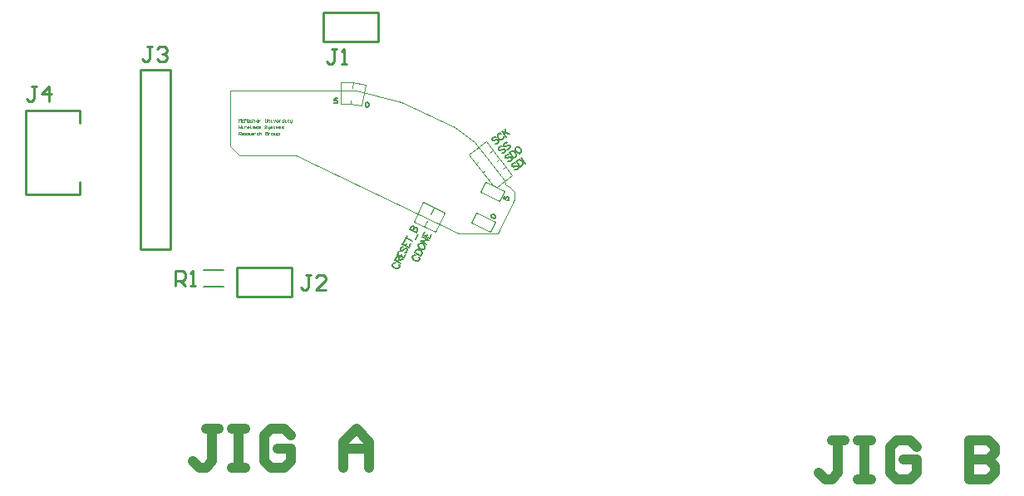
<source format=gto>
G04*
G04 #@! TF.GenerationSoftware,Altium Limited,Altium Designer,22.6.1 (34)*
G04*
G04 Layer_Color=65535*
%FSLAX44Y44*%
%MOMM*%
G71*
G04*
G04 #@! TF.SameCoordinates,55340204-0453-48C6-9AD9-4A0BB80BD5D4*
G04*
G04*
G04 #@! TF.FilePolarity,Positive*
G04*
G01*
G75*
%ADD28C,1.0000*%
%ADD29C,0.0760*%
%ADD30C,0.2000*%
%ADD31C,0.2540*%
%ADD32C,0.1270*%
%ADD33C,0.0800*%
D28*
X299548Y-284023D02*
X286219D01*
X292883D01*
Y-317346D01*
X286219Y-324010D01*
X279555D01*
X272890Y-317346D01*
X312877Y-284023D02*
X326206D01*
X319542D01*
Y-324010D01*
X312877D01*
X326206D01*
X372858Y-290688D02*
X366193Y-284023D01*
X352864D01*
X346200Y-290688D01*
Y-317346D01*
X352864Y-324010D01*
X366193D01*
X372858Y-317346D01*
Y-304016D01*
X359529D01*
X426174Y-284023D02*
Y-324010D01*
X446167D01*
X452832Y-317346D01*
Y-310681D01*
X446167Y-304016D01*
X426174D01*
X446167D01*
X452832Y-297352D01*
Y-290688D01*
X446167Y-284023D01*
X426174D01*
X-337992Y-272593D02*
X-351321D01*
X-344656D01*
Y-305916D01*
X-351321Y-312580D01*
X-357985D01*
X-364650Y-305916D01*
X-324663Y-272593D02*
X-311334D01*
X-317998D01*
Y-312580D01*
X-324663D01*
X-311334D01*
X-264682Y-279258D02*
X-271347Y-272593D01*
X-284676D01*
X-291340Y-279258D01*
Y-305916D01*
X-284676Y-312580D01*
X-271347D01*
X-264682Y-305916D01*
Y-292586D01*
X-278011D01*
X-211366Y-312580D02*
Y-285922D01*
X-198037Y-272593D01*
X-184708Y-285922D01*
Y-312580D01*
Y-292586D01*
X-211366D01*
D29*
X-46776Y-19463D02*
G03*
X-41060Y-26740I6496J-781D01*
G01*
X-52090Y-40520D02*
X-47037Y-30161D01*
X-71581Y-31014D02*
X-66528Y-20654D01*
X-47037Y-30161D01*
X-71581Y-31014D02*
X-52090Y-40520D01*
X-61490Y-71620D02*
X-56525Y-61441D01*
X-80582Y-62308D02*
X-75618Y-52129D01*
X-56525Y-61441D01*
X-80582Y-62308D02*
X-61490Y-71620D01*
X-117190Y-72220D02*
X-107576Y-52508D01*
X-139651Y-61265D02*
X-130037Y-41553D01*
X-107576Y-52508D01*
X-139651Y-61265D02*
X-117190Y-72220D01*
X-128790Y-66820D02*
X-125890Y-61020D01*
X-122290Y-53920D02*
X-119090Y-47120D01*
X-203790Y58680D02*
X-203294Y62152D01*
X-201590Y74280D02*
X-200890Y80380D01*
X-69320Y-10986D02*
X-67611Y-9619D01*
X-75990Y-2220D02*
X-73290Y-120D01*
X-54890Y480D02*
X-52390Y2480D01*
X-62990Y-19220D02*
X-61149Y-17773D01*
X-48490Y-7720D02*
X-45990Y-5820D01*
X-61990Y8980D02*
X-59090Y11280D01*
X-83193Y6553D02*
X-65846Y20056D01*
X-83193Y6553D02*
X-59025Y-24186D01*
X-65846Y20056D02*
X-39271Y-14278D01*
X-54276Y-26345D02*
X-39271Y-14278D01*
X-59025Y-24186D02*
X-54276Y-26345D01*
X-213990Y58680D02*
X-204058D01*
X-213990D02*
Y80580D01*
X-204058Y58680D02*
X-192949Y56517D01*
X-188505Y78028D01*
X-213990Y80580D02*
X-201642D01*
X-188505Y78028D01*
X-326810Y15119D02*
Y72510D01*
X-197341D01*
X-317451Y5760D02*
X-259310D01*
X-326810Y15119D02*
X-317451Y5760D01*
X-151647Y60591D02*
X-97372Y34836D01*
X-197341Y72510D02*
X-151647Y60591D01*
X-97372Y34836D02*
X-77810Y19510D01*
X-46776Y-19463D01*
X-36810Y-38490D02*
Y-31490D01*
X-41060Y-26740D02*
X-36810Y-31490D01*
X-53810Y-73740D02*
X-36810Y-38490D01*
X-93735Y-73740D02*
X-53810D01*
X-259310Y5760D02*
X-93735Y-73740D01*
D30*
X-353083Y-127520D02*
X-332962Y-127520D01*
X-353084Y-110520D02*
X-332963Y-110520D01*
D31*
X-319890Y-107970D02*
X-319890Y-137470D01*
X-264140Y-107970D02*
X-264140Y-137470D01*
X-319890Y-107970D02*
X-264140Y-107970D01*
X-319890Y-137470D02*
X-264140D01*
X-417431Y92950D02*
X-386951D01*
X-417431Y-89930D02*
X-386951D01*
Y92950D01*
X-417431Y-89930D02*
Y92950D01*
X-479790Y-21020D02*
X-479790Y-34020D01*
X-534790Y-34020D02*
X-479790Y-34020D01*
X-534790Y51980D02*
X-534790Y-34020D01*
X-534790Y51980D02*
X-479790Y51980D01*
X-479790Y38980D02*
X-479790Y51980D01*
X-231190Y122030D02*
X-231190Y151530D01*
X-175440Y122030D02*
X-175440Y151530D01*
X-231190D02*
X-175440D01*
X-231190Y122030D02*
X-175440Y122030D01*
X-382347Y-126538D02*
Y-111302D01*
X-374729D01*
X-372190Y-113842D01*
Y-118920D01*
X-374729Y-121459D01*
X-382347D01*
X-377268D02*
X-372190Y-126538D01*
X-367112D02*
X-362033D01*
X-364573D01*
Y-111302D01*
X-367112Y-113842D01*
X-244229Y-115603D02*
X-249308D01*
X-246768D01*
Y-128298D01*
X-249308Y-130837D01*
X-251847D01*
X-254386Y-128298D01*
X-228994Y-130837D02*
X-239151D01*
X-228994Y-120681D01*
Y-118142D01*
X-231533Y-115603D01*
X-236612D01*
X-239151Y-118142D01*
X-523287Y76001D02*
X-528366D01*
X-525827D01*
Y63305D01*
X-528366Y60766D01*
X-530905D01*
X-533444Y63305D01*
X-510592Y60766D02*
Y76001D01*
X-518209Y68383D01*
X-508052D01*
X-218190Y114598D02*
X-223269D01*
X-220729D01*
Y101902D01*
X-223269Y99362D01*
X-225808D01*
X-228347Y101902D01*
X-213112Y99362D02*
X-208033D01*
X-210573D01*
Y114598D01*
X-213112Y112058D01*
X-405939Y117149D02*
X-411018D01*
X-408479D01*
Y104453D01*
X-411018Y101914D01*
X-413557D01*
X-416096Y104453D01*
X-400861Y114610D02*
X-398322Y117149D01*
X-393244D01*
X-390704Y114610D01*
Y112071D01*
X-393244Y109531D01*
X-395783D01*
X-393244D01*
X-390704Y106992D01*
Y104453D01*
X-393244Y101914D01*
X-398322D01*
X-400861Y104453D01*
D32*
X-137791Y-95590D02*
X-138537Y-95597D01*
X-139428Y-95904D01*
X-140019Y-96357D01*
X-140604Y-97555D01*
X-140596Y-98300D01*
X-140290Y-99191D01*
X-139837Y-99783D01*
X-139084Y-100521D01*
X-137586Y-101251D01*
X-136542Y-101390D01*
X-135797Y-101383D01*
X-134905Y-101076D01*
X-134314Y-100623D01*
X-133729Y-99425D01*
X-133737Y-98680D01*
X-134043Y-97788D01*
X-134496Y-97197D01*
X-138427Y-93092D02*
X-132137Y-96160D01*
X-138427Y-93092D02*
X-137404Y-90995D01*
X-136666Y-90243D01*
X-135775Y-89936D01*
X-135030Y-89928D01*
X-133985Y-90067D01*
X-132488Y-90798D01*
X-131735Y-91535D01*
X-131282Y-92127D01*
X-130975Y-93018D01*
X-131114Y-94063D01*
X-132137Y-96160D01*
X-134818Y-85693D02*
X-134811Y-86438D01*
X-134504Y-87330D01*
X-134051Y-87921D01*
X-133299Y-88659D01*
X-131801Y-89390D01*
X-130756Y-89528D01*
X-130011Y-89521D01*
X-129120Y-89214D01*
X-128528Y-88761D01*
X-127944Y-87563D01*
X-127951Y-86818D01*
X-128258Y-85927D01*
X-128711Y-85335D01*
X-129464Y-84597D01*
X-130961Y-83867D01*
X-132006Y-83728D01*
X-132751Y-83735D01*
X-133642Y-84042D01*
X-134234Y-84495D01*
X-134818Y-85693D01*
X-132642Y-81230D02*
X-126351Y-84298D01*
X-132642Y-81230D02*
X-124306Y-80105D01*
X-130596Y-77037D02*
X-124306Y-80105D01*
X-127850Y-71406D02*
X-129749Y-75299D01*
X-123459Y-78367D01*
X-121560Y-74473D01*
X-126754Y-76760D02*
X-125585Y-74364D01*
X-158091Y-103490D02*
X-158836Y-103497D01*
X-159728Y-103804D01*
X-160319Y-104257D01*
X-160904Y-105455D01*
X-160896Y-106200D01*
X-160590Y-107091D01*
X-160137Y-107683D01*
X-159384Y-108421D01*
X-157886Y-109151D01*
X-156842Y-109290D01*
X-156096Y-109283D01*
X-155205Y-108976D01*
X-154614Y-108523D01*
X-154029Y-107325D01*
X-154037Y-106580D01*
X-154343Y-105688D01*
X-154796Y-105097D01*
X-158727Y-100992D02*
X-152437Y-104060D01*
X-158727Y-100992D02*
X-157412Y-98296D01*
X-156674Y-97543D01*
X-156229Y-97390D01*
X-155484Y-97383D01*
X-154885Y-97675D01*
X-154431Y-98267D01*
X-154278Y-98712D01*
X-154417Y-99757D01*
X-155732Y-102453D01*
X-154709Y-100356D02*
X-150392Y-99866D01*
X-154096Y-91496D02*
X-155995Y-95391D01*
X-149705Y-98458D01*
X-147806Y-94565D01*
X-153000Y-96851D02*
X-151831Y-94455D01*
X-150641Y-86693D02*
X-151532Y-87000D01*
X-152270Y-87752D01*
X-152854Y-88951D01*
X-152993Y-89995D01*
X-152686Y-90886D01*
X-152087Y-91179D01*
X-151342Y-91171D01*
X-150896Y-91018D01*
X-150304Y-90565D01*
X-148829Y-89060D01*
X-148237Y-88607D01*
X-147791Y-88453D01*
X-147046Y-88446D01*
X-146148Y-88884D01*
X-145841Y-89776D01*
X-145979Y-90820D01*
X-146564Y-92018D01*
X-147302Y-92771D01*
X-148193Y-93078D01*
X-148953Y-80953D02*
X-150853Y-84847D01*
X-144562Y-87915D01*
X-142663Y-84021D01*
X-147857Y-86308D02*
X-146688Y-83912D01*
X-147419Y-77808D02*
X-141129Y-80876D01*
X-148442Y-79905D02*
X-146397Y-75711D01*
X-137645Y-79053D02*
X-135307Y-74260D01*
X-143300Y-69361D02*
X-137009Y-72429D01*
X-143300Y-69361D02*
X-141985Y-66665D01*
X-141247Y-65913D01*
X-140801Y-65759D01*
X-140056Y-65752D01*
X-139457Y-66044D01*
X-139004Y-66636D01*
X-138851Y-67081D01*
X-138989Y-68126D01*
X-140304Y-70822D02*
X-138989Y-68126D01*
X-138252Y-67374D01*
X-137806Y-67220D01*
X-137061Y-67213D01*
X-136162Y-67651D01*
X-135709Y-68243D01*
X-135556Y-68688D01*
X-135695Y-69733D01*
X-137009Y-72429D01*
X-217588Y64159D02*
X-220006D01*
X-220248Y61982D01*
X-220006Y62224D01*
X-219281Y62466D01*
X-218555D01*
X-217830Y62224D01*
X-217346Y61740D01*
X-217104Y61015D01*
Y60531D01*
X-217346Y59805D01*
X-217830Y59322D01*
X-218555Y59080D01*
X-219281D01*
X-220006Y59322D01*
X-220248Y59564D01*
X-220490Y60047D01*
X-186154Y60150D02*
X-185494Y59762D01*
X-185172Y58952D01*
X-185187Y57719D01*
X-185338Y57009D01*
X-185826Y55876D01*
X-186450Y55267D01*
X-187210Y55182D01*
X-187683Y55282D01*
X-188342Y55670D01*
X-188664Y56480D01*
X-188650Y57713D01*
X-188499Y58423D01*
X-188011Y59555D01*
X-187387Y60164D01*
X-186627Y60250D01*
X-186154Y60150D01*
X-60591Y-54698D02*
X-60056Y-54152D01*
X-59191Y-54035D01*
X-57999Y-54348D01*
X-57347Y-54666D01*
X-56366Y-55413D01*
X-55925Y-56166D01*
X-56026Y-56924D01*
X-56238Y-57359D01*
X-56774Y-57905D01*
X-57638Y-58022D01*
X-58831Y-57709D01*
X-59483Y-57391D01*
X-60464Y-56644D01*
X-60904Y-55891D01*
X-60803Y-55133D01*
X-60591Y-54698D01*
X-46683Y-35485D02*
X-47743Y-37659D01*
X-45893Y-38830D01*
X-46004Y-38507D01*
X-45903Y-37749D01*
X-45585Y-37097D01*
X-45050Y-36551D01*
X-44403Y-36328D01*
X-43645Y-36429D01*
X-43210Y-36641D01*
X-42664Y-37176D01*
X-42441Y-37823D01*
X-42542Y-38581D01*
X-42860Y-39233D01*
X-43395Y-39779D01*
X-43719Y-39891D01*
X-44260Y-39896D01*
X-42707Y6980D02*
X-43642Y7094D01*
X-44635Y6741D01*
X-45686Y5921D01*
X-46268Y5043D01*
X-46383Y4107D01*
X-45973Y3582D01*
X-45300Y3262D01*
X-44832Y3204D01*
X-44102Y3352D01*
X-42116Y4058D01*
X-41385Y4206D01*
X-40918Y4148D01*
X-40245Y3828D01*
X-39629Y3040D01*
X-39744Y2105D01*
X-40327Y1227D01*
X-41377Y406D01*
X-42370Y53D01*
X-43306Y168D01*
X-42088Y8732D02*
X-37779Y3217D01*
X-42088Y8732D02*
X-40250Y10168D01*
X-39257Y10521D01*
X-38321Y10406D01*
X-37648Y10086D01*
X-36770Y9503D01*
X-35744Y8190D01*
X-35391Y7197D01*
X-35243Y6467D01*
X-35358Y5531D01*
X-35941Y4653D01*
X-37779Y3217D01*
X-35601Y13800D02*
X-35921Y13127D01*
X-36036Y12191D01*
X-35889Y11461D01*
X-35536Y10468D01*
X-34510Y9155D01*
X-33632Y8572D01*
X-32959Y8252D01*
X-32023Y8137D01*
X-31293Y8285D01*
X-30242Y9105D01*
X-29922Y9778D01*
X-29807Y10714D01*
X-29955Y11444D01*
X-30308Y12437D01*
X-31334Y13750D01*
X-32212Y14333D01*
X-32885Y14653D01*
X-33821Y14768D01*
X-34551Y14620D01*
X-35601Y13800D01*
X-35742Y-1725D02*
X-36672Y-1577D01*
X-37677Y-1895D01*
X-38756Y-2679D01*
X-39369Y-3536D01*
X-39516Y-4467D01*
X-39124Y-5006D01*
X-38463Y-5350D01*
X-37997Y-5423D01*
X-37262Y-5301D01*
X-35253Y-4665D01*
X-34518Y-4543D01*
X-34052Y-4617D01*
X-33391Y-4960D01*
X-32803Y-5769D01*
X-32951Y-6700D01*
X-33564Y-7557D01*
X-34642Y-8341D01*
X-35647Y-8659D01*
X-36578Y-8511D01*
X-35062Y5D02*
X-30948Y-5657D01*
X-35062Y5D02*
X-33175Y1376D01*
X-32170Y1694D01*
X-31239Y1547D01*
X-30577Y1204D01*
X-29720Y591D01*
X-28741Y-758D01*
X-28423Y-1762D01*
X-28301Y-2497D01*
X-28448Y-3428D01*
X-29061Y-4286D01*
X-30948Y-5657D01*
X-30020Y3668D02*
X-25907Y-1994D01*
X-49107Y15280D02*
X-50042Y15394D01*
X-51035Y15042D01*
X-52086Y14221D01*
X-52668Y13343D01*
X-52783Y12407D01*
X-52373Y11882D01*
X-51700Y11562D01*
X-51232Y11504D01*
X-50502Y11652D01*
X-48516Y12358D01*
X-47785Y12506D01*
X-47318Y12448D01*
X-46645Y12128D01*
X-46029Y11340D01*
X-46144Y10405D01*
X-46727Y9527D01*
X-47777Y8706D01*
X-48770Y8353D01*
X-49706Y8468D01*
X-44196Y19116D02*
X-45131Y19231D01*
X-46124Y18878D01*
X-47175Y18058D01*
X-47758Y17179D01*
X-47872Y16244D01*
X-47462Y15719D01*
X-46789Y15399D01*
X-46321Y15341D01*
X-45591Y15489D01*
X-43605Y16195D01*
X-42874Y16343D01*
X-42407Y16285D01*
X-41734Y15965D01*
X-41118Y15177D01*
X-41233Y14242D01*
X-41816Y13363D01*
X-42866Y12543D01*
X-43859Y12190D01*
X-44795Y12305D01*
X-55874Y24679D02*
X-56807Y24810D01*
X-57807Y24474D01*
X-58871Y23672D01*
X-59469Y22804D01*
X-59600Y21871D01*
X-59199Y21339D01*
X-58532Y21007D01*
X-58065Y20941D01*
X-57332Y21076D01*
X-55334Y21747D01*
X-54601Y21882D01*
X-54135Y21817D01*
X-53467Y21485D01*
X-52866Y20686D01*
X-52997Y19753D01*
X-53595Y18885D01*
X-54659Y18083D01*
X-55658Y17747D01*
X-56592Y17879D01*
X-50230Y28098D02*
X-50897Y28429D01*
X-51830Y28560D01*
X-52563Y28425D01*
X-53628Y27623D01*
X-53960Y26956D01*
X-54091Y26022D01*
X-53956Y25290D01*
X-53620Y24290D01*
X-52618Y22960D01*
X-51750Y22362D01*
X-51082Y22030D01*
X-50149Y21899D01*
X-49416Y22034D01*
X-48351Y22836D01*
X-48020Y23503D01*
X-47888Y24437D01*
X-48024Y25170D01*
X-49662Y30612D02*
X-45450Y25022D01*
X-45936Y33419D02*
X-46854Y26885D01*
X-46526Y29219D02*
X-41724Y27830D01*
D33*
X-317690Y40117D02*
Y43116D01*
X-316691Y42116D01*
X-315691Y43116D01*
Y40117D01*
X-312692Y42116D02*
X-314191D01*
X-314691Y41616D01*
Y40616D01*
X-314191Y40117D01*
X-312692D01*
X-311692D02*
Y43116D01*
X-310692Y42116D01*
X-309693Y43116D01*
Y40117D01*
X-308193Y42116D02*
X-307194D01*
X-306694Y41616D01*
Y40117D01*
X-308193D01*
X-308693Y40616D01*
X-308193Y41116D01*
X-306694D01*
X-305694Y40117D02*
X-304195D01*
X-303695Y40616D01*
X-304195Y41116D01*
X-305194D01*
X-305694Y41616D01*
X-305194Y42116D01*
X-303695D01*
X-302195Y42616D02*
Y42116D01*
X-302695D01*
X-301695D01*
X-302195D01*
Y40616D01*
X-301695Y40117D01*
X-298696D02*
X-299696D01*
X-300196Y40616D01*
Y41616D01*
X-299696Y42116D01*
X-298696D01*
X-298197Y41616D01*
Y41116D01*
X-300196D01*
X-297197Y42116D02*
Y40117D01*
Y41116D01*
X-296697Y41616D01*
X-296197Y42116D01*
X-295697D01*
X-291199Y43116D02*
Y40616D01*
X-290699Y40117D01*
X-289699D01*
X-289199Y40616D01*
Y43116D01*
X-288200Y40117D02*
Y42116D01*
X-286700D01*
X-286200Y41616D01*
Y40117D01*
X-285201D02*
X-284201D01*
X-284701D01*
Y42116D01*
X-285201D01*
X-282701D02*
X-281702Y40117D01*
X-280702Y42116D01*
X-278203Y40117D02*
X-279203D01*
X-279702Y40616D01*
Y41616D01*
X-279203Y42116D01*
X-278203D01*
X-277703Y41616D01*
Y41116D01*
X-279702D01*
X-276703Y42116D02*
Y40117D01*
Y41116D01*
X-276204Y41616D01*
X-275704Y42116D01*
X-275204D01*
X-273704Y40117D02*
X-272205D01*
X-271705Y40616D01*
X-272205Y41116D01*
X-273205D01*
X-273704Y41616D01*
X-273205Y42116D01*
X-271705D01*
X-270705Y40117D02*
X-269706D01*
X-270205D01*
Y42116D01*
X-270705D01*
X-267706Y42616D02*
Y42116D01*
X-268206D01*
X-267206D01*
X-267706D01*
Y40616D01*
X-267206Y40117D01*
X-265707Y42116D02*
Y40616D01*
X-265207Y40117D01*
X-263708D01*
Y39617D01*
X-264207Y39117D01*
X-264707D01*
X-263708Y40117D02*
Y42116D01*
X-317690Y36597D02*
Y33598D01*
X-316691Y34598D01*
X-315691Y33598D01*
Y36597D01*
X-314691Y33598D02*
X-313691D01*
X-314191D01*
Y35598D01*
X-314691D01*
X-312192D02*
Y33598D01*
Y34598D01*
X-311692Y35098D01*
X-311192Y35598D01*
X-310692D01*
X-307693Y33598D02*
X-308693D01*
X-309193Y34098D01*
Y35098D01*
X-308693Y35598D01*
X-307693D01*
X-307194Y35098D01*
Y34598D01*
X-309193D01*
X-306194Y33598D02*
X-305194D01*
X-305694D01*
Y36597D01*
X-306194D01*
X-302195Y33598D02*
X-303195D01*
X-303695Y34098D01*
Y35098D01*
X-303195Y35598D01*
X-302195D01*
X-301695Y35098D01*
Y34598D01*
X-303695D01*
X-300696Y33598D02*
X-299196D01*
X-298696Y34098D01*
X-299196Y34598D01*
X-300196D01*
X-300696Y35098D01*
X-300196Y35598D01*
X-298696D01*
X-297697Y33598D02*
X-296197D01*
X-295697Y34098D01*
X-296197Y34598D01*
X-297197D01*
X-297697Y35098D01*
X-297197Y35598D01*
X-295697D01*
X-289699Y36097D02*
X-290199Y36597D01*
X-291199D01*
X-291699Y36097D01*
Y35598D01*
X-291199Y35098D01*
X-290199D01*
X-289699Y34598D01*
Y34098D01*
X-290199Y33598D01*
X-291199D01*
X-291699Y34098D01*
X-288699Y35598D02*
Y34098D01*
X-288200Y33598D01*
X-286700D01*
Y33098D01*
X-287200Y32599D01*
X-287700D01*
X-286700Y33598D02*
Y35598D01*
X-285700Y33598D02*
X-284201D01*
X-283701Y34098D01*
X-284201Y34598D01*
X-285201D01*
X-285700Y35098D01*
X-285201Y35598D01*
X-283701D01*
X-282202Y36097D02*
Y35598D01*
X-282701D01*
X-281702D01*
X-282202D01*
Y34098D01*
X-281702Y33598D01*
X-278703D02*
X-279702D01*
X-280202Y34098D01*
Y35098D01*
X-279702Y35598D01*
X-278703D01*
X-278203Y35098D01*
Y34598D01*
X-280202D01*
X-277203Y33598D02*
Y35598D01*
X-276703D01*
X-276204Y35098D01*
Y33598D01*
Y35098D01*
X-275704Y35598D01*
X-275204Y35098D01*
Y33598D01*
X-274204D02*
X-272705D01*
X-272205Y34098D01*
X-272705Y34598D01*
X-273704D01*
X-274204Y35098D01*
X-273704Y35598D01*
X-272205D01*
X-317690Y27080D02*
Y30079D01*
X-316191D01*
X-315691Y29579D01*
Y28579D01*
X-316191Y28079D01*
X-317690D01*
X-316691D02*
X-315691Y27080D01*
X-313192D02*
X-314191D01*
X-314691Y27580D01*
Y28579D01*
X-314191Y29079D01*
X-313192D01*
X-312692Y28579D01*
Y28079D01*
X-314691D01*
X-311692Y27080D02*
X-310193D01*
X-309693Y27580D01*
X-310193Y28079D01*
X-311192D01*
X-311692Y28579D01*
X-311192Y29079D01*
X-309693D01*
X-307194Y27080D02*
X-308193D01*
X-308693Y27580D01*
Y28579D01*
X-308193Y29079D01*
X-307194D01*
X-306694Y28579D01*
Y28079D01*
X-308693D01*
X-305194Y29079D02*
X-304195D01*
X-303695Y28579D01*
Y27080D01*
X-305194D01*
X-305694Y27580D01*
X-305194Y28079D01*
X-303695D01*
X-302695Y29079D02*
Y27080D01*
Y28079D01*
X-302195Y28579D01*
X-301695Y29079D01*
X-301196D01*
X-297697D02*
X-299196D01*
X-299696Y28579D01*
Y27580D01*
X-299196Y27080D01*
X-297697D01*
X-296697Y30079D02*
Y27080D01*
Y28579D01*
X-296197Y29079D01*
X-295197D01*
X-294698Y28579D01*
Y27080D01*
X-288699Y29579D02*
X-289199Y30079D01*
X-290199D01*
X-290699Y29579D01*
Y27580D01*
X-290199Y27080D01*
X-289199D01*
X-288699Y27580D01*
Y28579D01*
X-289699D01*
X-287700Y29079D02*
Y27080D01*
Y28079D01*
X-287200Y28579D01*
X-286700Y29079D01*
X-286200D01*
X-284201Y27080D02*
X-283201D01*
X-282701Y27580D01*
Y28579D01*
X-283201Y29079D01*
X-284201D01*
X-284701Y28579D01*
Y27580D01*
X-284201Y27080D01*
X-281702Y29079D02*
Y27580D01*
X-281202Y27080D01*
X-279702D01*
Y29079D01*
X-278703Y26080D02*
Y29079D01*
X-277203D01*
X-276703Y28579D01*
Y27580D01*
X-277203Y27080D01*
X-278703D01*
M02*

</source>
